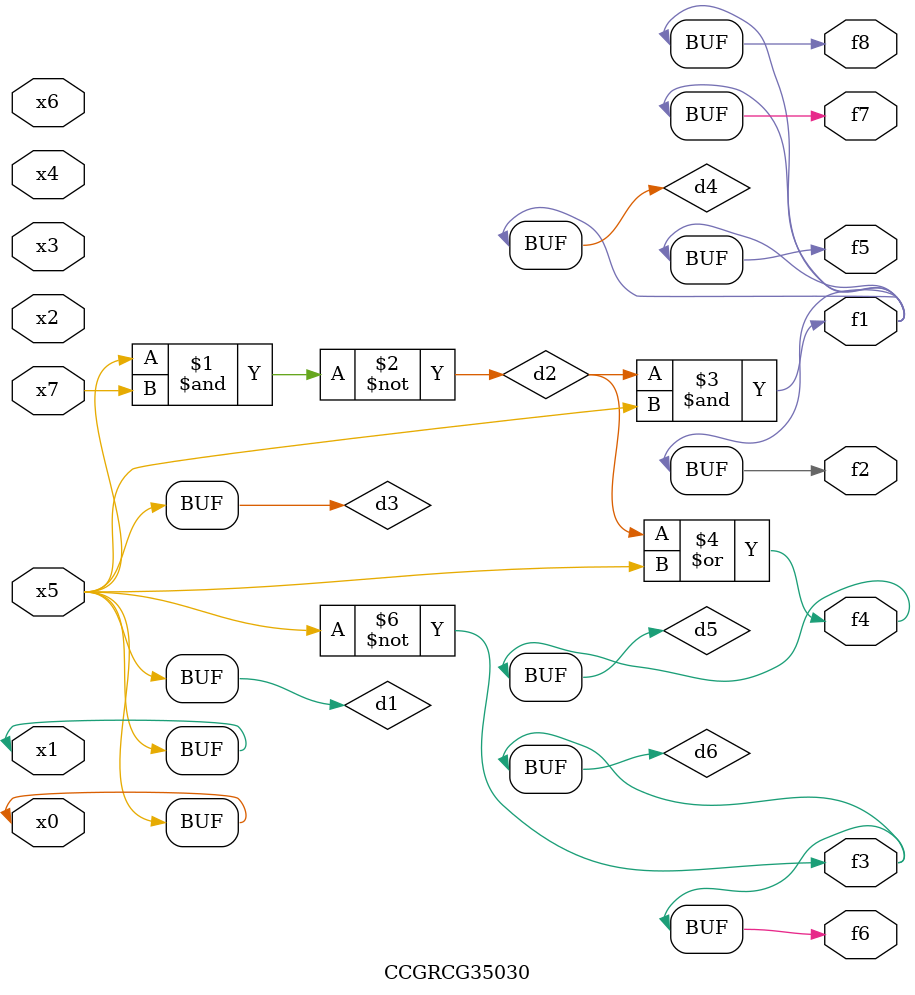
<source format=v>
module CCGRCG35030(
	input x0, x1, x2, x3, x4, x5, x6, x7,
	output f1, f2, f3, f4, f5, f6, f7, f8
);

	wire d1, d2, d3, d4, d5, d6;

	buf (d1, x0, x5);
	nand (d2, x5, x7);
	buf (d3, x0, x1);
	and (d4, d2, d3);
	or (d5, d2, d3);
	nor (d6, d1, d3);
	assign f1 = d4;
	assign f2 = d4;
	assign f3 = d6;
	assign f4 = d5;
	assign f5 = d4;
	assign f6 = d6;
	assign f7 = d4;
	assign f8 = d4;
endmodule

</source>
